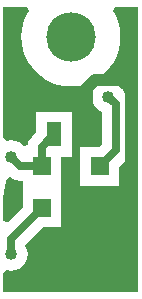
<source format=gtl>
%FSLAX25Y25*%
%MOIN*%
G70*
G01*
G75*
G04 Layer_Physical_Order=1*
G04 Layer_Color=255*
%ADD10R,0.05000X0.08000*%
%ADD11R,0.05906X0.05906*%
%ADD12C,0.02500*%
%ADD13C,0.04000*%
%ADD14C,0.16500*%
%ADD15C,0.04000*%
G36*
X505715Y640241D02*
X506870Y639762D01*
X508110Y639599D01*
X508902D01*
Y637937D01*
X508902Y637937D01*
X508902Y637063D01*
X508902D01*
Y630677D01*
X503886Y625661D01*
X502500Y626235D01*
Y633888D01*
X503241Y639521D01*
X504679Y640958D01*
X504744Y640985D01*
X505715Y640241D01*
D02*
G37*
G36*
X547500Y602500D02*
X502500D01*
Y608644D01*
X503628Y609633D01*
X505000Y609452D01*
X506436Y609642D01*
X507774Y610196D01*
X508923Y611077D01*
X509804Y612226D01*
X510358Y613564D01*
X510547Y615000D01*
X510358Y616436D01*
X509804Y617774D01*
X509791Y617791D01*
Y618015D01*
X515933Y624157D01*
X521807D01*
Y637063D01*
D01*
Y637063D01*
X521807Y637063D01*
Y637937D01*
X521807D01*
Y647500D01*
X525500D01*
Y662500D01*
X513500D01*
Y655775D01*
X511967Y654242D01*
X511205Y653250D01*
X510727Y652094D01*
X510643Y651457D01*
X509194Y651069D01*
X508923Y651423D01*
X507774Y652304D01*
X506436Y652858D01*
X505000Y653048D01*
X503628Y652867D01*
X502500Y653856D01*
Y697500D01*
X510246D01*
X510954Y696177D01*
X510680Y695768D01*
X509723Y693828D01*
X509028Y691780D01*
X508606Y689658D01*
X508465Y687500D01*
X508606Y685342D01*
X509028Y683220D01*
X509723Y681172D01*
X510680Y679232D01*
X511882Y677434D01*
X513308Y675808D01*
X514934Y674382D01*
X516732Y673180D01*
X518672Y672223D01*
X520720Y671528D01*
X522842Y671106D01*
X525000Y670965D01*
X527158Y671106D01*
X529280Y671528D01*
X531328Y672223D01*
X533268Y673180D01*
X535066Y674382D01*
X536692Y675808D01*
X538118Y677434D01*
X539320Y679232D01*
X540277Y681172D01*
X540972Y683220D01*
X541394Y685342D01*
X541535Y687500D01*
X541394Y689658D01*
X540972Y691780D01*
X540277Y693828D01*
X539320Y695768D01*
X539046Y696177D01*
X539754Y697500D01*
X547500D01*
Y602500D01*
D02*
G37*
%LPC*%
G36*
X537500Y673047D02*
X536064Y672858D01*
X534726Y672304D01*
X533577Y671423D01*
X532696Y670274D01*
X532142Y668936D01*
X531952Y667500D01*
X532142Y666064D01*
X532696Y664726D01*
X533577Y663577D01*
X534726Y662696D01*
X535209Y662496D01*
Y651729D01*
X534323Y650843D01*
X528193D01*
Y637937D01*
X541098D01*
Y644067D01*
X543388Y646356D01*
Y646356D01*
D01*
D01*
D01*
X543388Y646356D01*
Y646356D01*
D01*
D01*
Y646356D01*
X543388D01*
D01*
D01*
X543388D01*
D01*
D01*
Y646356D01*
D01*
D01*
D01*
Y646356D01*
D01*
D01*
X543388D01*
D01*
X543388Y646356D01*
D01*
D01*
X544149Y647349D01*
X544347Y647827D01*
X544628Y648504D01*
X544791Y649744D01*
D01*
D01*
D01*
D01*
D01*
X544791D01*
D01*
D01*
D01*
Y649744D01*
X544791D01*
D01*
Y649744D01*
D01*
D01*
D01*
D01*
D01*
D01*
D01*
D01*
D01*
D01*
D01*
D01*
Y649744D01*
D01*
X544791D01*
D01*
D01*
D01*
D01*
X544791Y649744D01*
Y665000D01*
X544791Y665000D01*
Y665000D01*
X544791D01*
X544791Y665000D01*
X544791D01*
X544791Y665000D01*
D01*
D01*
D01*
D01*
X544791Y665000D01*
D01*
X544628Y666240D01*
X544149Y667395D01*
X543388Y668388D01*
X542861Y668914D01*
X542858Y668936D01*
X542304Y670274D01*
X541423Y671423D01*
X540274Y672304D01*
X538936Y672858D01*
X537500Y673047D01*
D02*
G37*
%LPD*%
D10*
X530500Y655000D02*
D03*
X519500D02*
D03*
D11*
X534646Y644390D02*
D03*
Y630610D02*
D03*
X515354Y644390D02*
D03*
Y630610D02*
D03*
D12*
X543110D02*
X545000Y632500D01*
X534646Y630610D02*
X543110D01*
X505000Y620000D02*
X515354Y630354D01*
X505000Y615000D02*
Y620000D01*
X515354Y630354D02*
Y630610D01*
X540000Y649744D02*
Y665000D01*
X537500Y667500D02*
X540000Y665000D01*
X534646Y644390D02*
X540000Y649744D01*
X515354Y644390D02*
Y650854D01*
X519500Y655000D01*
X505000Y647500D02*
X508110Y644390D01*
X515354D01*
D13*
X533158Y673158D02*
X541842D01*
X530500Y670500D02*
X533158Y673158D01*
X545000Y632500D02*
Y670000D01*
X541842Y673158D02*
X545000Y670000D01*
X530500Y655000D02*
Y670500D01*
D14*
X525000Y687500D02*
D03*
D15*
X545000Y632500D02*
D03*
X537500Y667500D02*
D03*
X505000Y647500D02*
D03*
Y615000D02*
D03*
M02*

</source>
